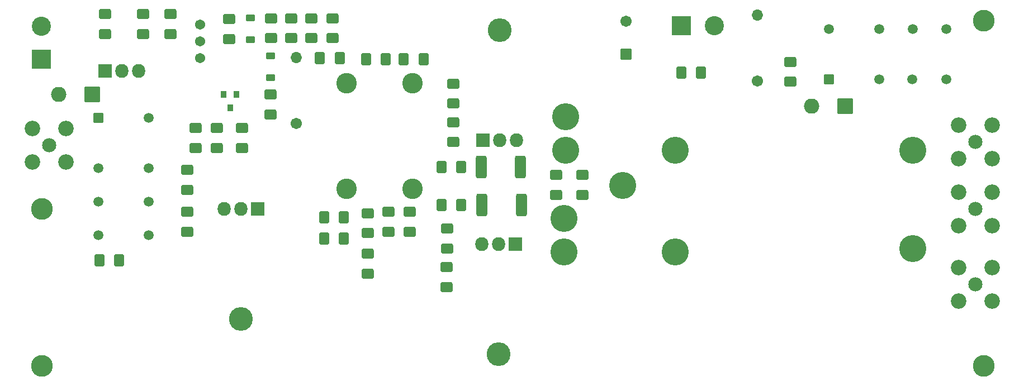
<source format=gbr>
G04 #@! TF.GenerationSoftware,KiCad,Pcbnew,(6.0.0)*
G04 #@! TF.CreationDate,2022-06-01T09:59:34+02:00*
G04 #@! TF.ProjectId,rfamp3,7266616d-7033-42e6-9b69-6361645f7063,rev?*
G04 #@! TF.SameCoordinates,Original*
G04 #@! TF.FileFunction,Soldermask,Top*
G04 #@! TF.FilePolarity,Negative*
%FSLAX46Y46*%
G04 Gerber Fmt 4.6, Leading zero omitted, Abs format (unit mm)*
G04 Created by KiCad (PCBNEW (6.0.0)) date 2022-06-01 09:59:34*
%MOMM*%
%LPD*%
G01*
G04 APERTURE LIST*
G04 Aperture macros list*
%AMRoundRect*
0 Rectangle with rounded corners*
0 $1 Rounding radius*
0 $2 $3 $4 $5 $6 $7 $8 $9 X,Y pos of 4 corners*
0 Add a 4 corners polygon primitive as box body*
4,1,4,$2,$3,$4,$5,$6,$7,$8,$9,$2,$3,0*
0 Add four circle primitives for the rounded corners*
1,1,$1+$1,$2,$3*
1,1,$1+$1,$4,$5*
1,1,$1+$1,$6,$7*
1,1,$1+$1,$8,$9*
0 Add four rect primitives between the rounded corners*
20,1,$1+$1,$2,$3,$4,$5,0*
20,1,$1+$1,$4,$5,$6,$7,0*
20,1,$1+$1,$6,$7,$8,$9,0*
20,1,$1+$1,$8,$9,$2,$3,0*%
G04 Aperture macros list end*
%ADD10RoundRect,0.051000X1.100000X1.100000X-1.100000X1.100000X-1.100000X-1.100000X1.100000X-1.100000X0*%
%ADD11O,2.302000X2.302000*%
%ADD12RoundRect,0.301000X0.625000X-0.462500X0.625000X0.462500X-0.625000X0.462500X-0.625000X-0.462500X0*%
%ADD13RoundRect,0.301000X-0.625000X0.462500X-0.625000X-0.462500X0.625000X-0.462500X0.625000X0.462500X0*%
%ADD14C,4.102500*%
%ADD15RoundRect,0.300999X0.512501X1.425001X-0.512501X1.425001X-0.512501X-1.425001X0.512501X-1.425001X0*%
%ADD16RoundRect,0.051000X-0.400000X0.450000X-0.400000X-0.450000X0.400000X-0.450000X0.400000X0.450000X0*%
%ADD17RoundRect,0.301000X0.462500X0.625000X-0.462500X0.625000X-0.462500X-0.625000X0.462500X-0.625000X0*%
%ADD18C,2.352000*%
%ADD19C,2.152000*%
%ADD20C,3.102000*%
%ADD21C,3.302000*%
%ADD22O,1.702000X1.702000*%
%ADD23C,1.702000*%
%ADD24O,2.007000X2.102000*%
%ADD25RoundRect,0.051000X0.952500X1.000000X-0.952500X1.000000X-0.952500X-1.000000X0.952500X-1.000000X0*%
%ADD26O,3.602000X3.602000*%
%ADD27RoundRect,0.051000X0.600000X-0.450000X0.600000X0.450000X-0.600000X0.450000X-0.600000X-0.450000X0*%
%ADD28RoundRect,0.301000X-0.462500X-0.625000X0.462500X-0.625000X0.462500X0.625000X-0.462500X0.625000X0*%
%ADD29C,1.542000*%
%ADD30C,1.502000*%
%ADD31RoundRect,0.051000X-0.700000X-0.700000X0.700000X-0.700000X0.700000X0.700000X-0.700000X0.700000X0*%
%ADD32RoundRect,0.051000X0.800000X-0.800000X0.800000X0.800000X-0.800000X0.800000X-0.800000X-0.800000X0*%
%ADD33RoundRect,0.051000X1.400000X-1.400000X1.400000X1.400000X-1.400000X1.400000X-1.400000X-1.400000X0*%
%ADD34C,2.902000*%
%ADD35RoundRect,0.051000X-1.400000X-1.400000X1.400000X-1.400000X1.400000X1.400000X-1.400000X1.400000X0*%
%ADD36RoundRect,0.051000X0.700000X-0.700000X0.700000X0.700000X-0.700000X0.700000X-0.700000X-0.700000X0*%
%ADD37RoundRect,0.051000X-0.952500X-1.000000X0.952500X-1.000000X0.952500X1.000000X-0.952500X1.000000X0*%
G04 APERTURE END LIST*
D10*
X72607818Y-59436000D03*
D11*
X67527818Y-59436000D03*
D10*
X186653818Y-61214000D03*
D11*
X181573818Y-61214000D03*
D12*
X126238000Y-85634500D03*
X126238000Y-88609500D03*
D13*
X127254000Y-60796500D03*
X127254000Y-57821500D03*
D14*
X152908000Y-73279000D03*
X144272000Y-62865000D03*
D13*
X146812000Y-74639500D03*
X146812000Y-71664500D03*
D15*
X131632500Y-76200000D03*
X137607500Y-76200000D03*
D16*
X93472000Y-61452000D03*
X92522000Y-59452000D03*
X94422000Y-59452000D03*
D14*
X196850000Y-67945000D03*
X160909000Y-83312000D03*
X160909000Y-67945000D03*
D15*
X131505500Y-70485000D03*
X137480500Y-70485000D03*
D17*
X107732500Y-81280000D03*
X110707500Y-81280000D03*
D18*
X203835000Y-90805000D03*
X203835000Y-85725000D03*
X208915000Y-85725000D03*
X208915000Y-90805000D03*
D19*
X206375000Y-88265000D03*
D18*
X68580000Y-64643000D03*
X68580000Y-69723000D03*
X63500000Y-69723000D03*
X63500000Y-64643000D03*
D19*
X66040000Y-67183000D03*
D18*
X203835000Y-69215000D03*
X203835000Y-64135000D03*
X208915000Y-64135000D03*
X208915000Y-69215000D03*
D19*
X206375000Y-66675000D03*
D18*
X203835000Y-79375000D03*
X203835000Y-74295000D03*
X208915000Y-74295000D03*
X208915000Y-79375000D03*
D19*
X206375000Y-76835000D03*
D12*
X117475000Y-77252500D03*
X117475000Y-80227500D03*
D13*
X114300000Y-86577500D03*
X114300000Y-83602500D03*
X114300000Y-80445000D03*
X114300000Y-77470000D03*
D12*
X120650000Y-77252500D03*
X120650000Y-80227500D03*
D17*
X107732500Y-78105000D03*
X110707500Y-78105000D03*
D20*
X121125000Y-73785000D03*
X121125000Y-57785000D03*
X111125000Y-73785000D03*
X111125000Y-57785000D03*
D21*
X64950000Y-76835000D03*
X64950000Y-100590000D03*
X207610000Y-48260000D03*
X207610000Y-100575000D03*
D14*
X144018000Y-78232000D03*
X144272000Y-67945000D03*
X144018000Y-83312000D03*
X196850000Y-82787249D03*
D22*
X173355000Y-47404000D03*
D23*
X173355000Y-57404000D03*
D22*
X103505000Y-53881000D03*
D23*
X103505000Y-63881000D03*
D12*
X88265000Y-64552500D03*
X88265000Y-67527500D03*
X86995000Y-70902500D03*
X86995000Y-73877500D03*
X91440000Y-64552500D03*
X91440000Y-67527500D03*
X99568000Y-59472500D03*
X99568000Y-62447500D03*
X105791000Y-47915500D03*
X105791000Y-50890500D03*
X102743000Y-47915500D03*
X102743000Y-50890500D03*
X99695000Y-47915500D03*
X99695000Y-50890500D03*
D24*
X92583000Y-76835000D03*
X95123000Y-76835000D03*
D25*
X97663000Y-76835000D03*
D26*
X95123000Y-93495000D03*
D27*
X99568000Y-53595000D03*
X99568000Y-56895000D03*
X96520000Y-47880000D03*
X96520000Y-51180000D03*
D17*
X73696500Y-84582000D03*
X76671500Y-84582000D03*
D12*
X86995000Y-77252500D03*
X86995000Y-80227500D03*
D13*
X95250000Y-67527500D03*
X95250000Y-64552500D03*
D17*
X107097500Y-53975000D03*
X110072500Y-53975000D03*
D12*
X108966000Y-47915500D03*
X108966000Y-50890500D03*
X126365000Y-79792500D03*
X126365000Y-82767500D03*
D28*
X117057500Y-54102000D03*
X114082500Y-54102000D03*
D13*
X127254000Y-66638500D03*
X127254000Y-63663500D03*
X80264000Y-50255500D03*
X80264000Y-47280500D03*
D12*
X84455000Y-47280500D03*
X84455000Y-50255500D03*
X74549000Y-47280500D03*
X74549000Y-50255500D03*
X93345000Y-48042500D03*
X93345000Y-51017500D03*
D17*
X125512500Y-76200000D03*
X128487500Y-76200000D03*
D13*
X178308000Y-57494500D03*
X178308000Y-54519500D03*
D17*
X161834500Y-56134000D03*
X164809500Y-56134000D03*
X125512500Y-70485000D03*
X128487500Y-70485000D03*
D13*
X142875000Y-74639500D03*
X142875000Y-71664500D03*
D17*
X119797500Y-54102000D03*
X122772500Y-54102000D03*
D29*
X88900000Y-53975000D03*
X88900000Y-51435000D03*
X88900000Y-48895000D03*
D30*
X81153000Y-70612000D03*
X81163000Y-80782000D03*
X81163000Y-75702000D03*
X73533000Y-70612000D03*
X73533000Y-80772000D03*
X73533000Y-75682000D03*
X81153000Y-62992000D03*
D31*
X73533000Y-62992000D03*
D32*
X153416000Y-53340000D03*
D23*
X153416000Y-48340000D03*
D33*
X64876680Y-54137560D03*
D34*
X64876680Y-49137560D03*
X166798000Y-49022000D03*
D35*
X161798000Y-49022000D03*
D36*
X184150000Y-57150000D03*
D30*
X184150000Y-49530000D03*
X196840000Y-57150000D03*
X201930000Y-57150000D03*
X191770000Y-57150000D03*
X196860000Y-49520000D03*
X201940000Y-49520000D03*
X191770000Y-49530000D03*
D37*
X74549000Y-55880000D03*
D24*
X77089000Y-55880000D03*
X79629000Y-55880000D03*
D26*
X134360920Y-49740680D03*
D37*
X131820920Y-66400680D03*
D24*
X134360920Y-66400680D03*
X136900920Y-66400680D03*
X131577080Y-82108040D03*
X134117080Y-82108040D03*
D25*
X136657080Y-82108040D03*
D26*
X134117080Y-98768040D03*
M02*

</source>
